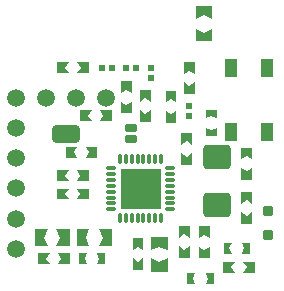
<source format=gtp>
G04*
G04 #@! TF.GenerationSoftware,Altium Limited,Altium Designer,18.1.7 (191)*
G04*
G04 Layer_Color=8421504*
%FSLAX24Y24*%
%MOIN*%
G70*
G01*
G75*
G04:AMPARAMS|DCode=15|XSize=63mil|YSize=43.3mil|CornerRadius=10.8mil|HoleSize=0mil|Usage=FLASHONLY|Rotation=90.000|XOffset=0mil|YOffset=0mil|HoleType=Round|Shape=RoundedRectangle|*
%AMROUNDEDRECTD15*
21,1,0.0630,0.0217,0,0,90.0*
21,1,0.0413,0.0433,0,0,90.0*
1,1,0.0217,0.0108,0.0207*
1,1,0.0217,0.0108,-0.0207*
1,1,0.0217,-0.0108,-0.0207*
1,1,0.0217,-0.0108,0.0207*
%
%ADD15ROUNDEDRECTD15*%
%ADD16C,0.0591*%
%ADD17R,0.0236X0.0217*%
G04:AMPARAMS|DCode=18|XSize=43.3mil|YSize=23.6mil|CornerRadius=5.9mil|HoleSize=0mil|Usage=FLASHONLY|Rotation=180.000|XOffset=0mil|YOffset=0mil|HoleType=Round|Shape=RoundedRectangle|*
%AMROUNDEDRECTD18*
21,1,0.0433,0.0118,0,0,180.0*
21,1,0.0315,0.0236,0,0,180.0*
1,1,0.0118,-0.0157,0.0059*
1,1,0.0118,0.0157,0.0059*
1,1,0.0118,0.0157,-0.0059*
1,1,0.0118,-0.0157,-0.0059*
%
%ADD18ROUNDEDRECTD18*%
G04:AMPARAMS|DCode=19|XSize=94.5mil|YSize=59.1mil|CornerRadius=14.8mil|HoleSize=0mil|Usage=FLASHONLY|Rotation=180.000|XOffset=0mil|YOffset=0mil|HoleType=Round|Shape=RoundedRectangle|*
%AMROUNDEDRECTD19*
21,1,0.0945,0.0295,0,0,180.0*
21,1,0.0650,0.0591,0,0,180.0*
1,1,0.0295,-0.0325,0.0148*
1,1,0.0295,0.0325,0.0148*
1,1,0.0295,0.0325,-0.0148*
1,1,0.0295,-0.0325,-0.0148*
%
%ADD19ROUNDEDRECTD19*%
%ADD20R,0.0217X0.0236*%
G04:AMPARAMS|DCode=21|XSize=31.5mil|YSize=35.4mil|CornerRadius=7.9mil|HoleSize=0mil|Usage=FLASHONLY|Rotation=270.000|XOffset=0mil|YOffset=0mil|HoleType=Round|Shape=RoundedRectangle|*
%AMROUNDEDRECTD21*
21,1,0.0315,0.0197,0,0,270.0*
21,1,0.0157,0.0354,0,0,270.0*
1,1,0.0157,-0.0098,-0.0079*
1,1,0.0157,-0.0098,0.0079*
1,1,0.0157,0.0098,0.0079*
1,1,0.0157,0.0098,-0.0079*
%
%ADD21ROUNDEDRECTD21*%
G04:AMPARAMS|DCode=22|XSize=90.6mil|YSize=82.7mil|CornerRadius=12.4mil|HoleSize=0mil|Usage=FLASHONLY|Rotation=0.000|XOffset=0mil|YOffset=0mil|HoleType=Round|Shape=RoundedRectangle|*
%AMROUNDEDRECTD22*
21,1,0.0906,0.0579,0,0,0.0*
21,1,0.0657,0.0827,0,0,0.0*
1,1,0.0248,0.0329,-0.0289*
1,1,0.0248,-0.0329,-0.0289*
1,1,0.0248,-0.0329,0.0289*
1,1,0.0248,0.0329,0.0289*
%
%ADD22ROUNDEDRECTD22*%
%ADD23O,0.0335X0.0110*%
%ADD24O,0.0110X0.0335*%
%ADD25R,0.1358X0.1358*%
G36*
X47667Y26624D02*
X47392Y26752D01*
X47116Y26624D01*
Y27037D01*
X47667D01*
Y26624D01*
D02*
G37*
G36*
Y25876D02*
X47116D01*
Y26289D01*
X47392Y26161D01*
X47667Y26289D01*
Y25876D01*
D02*
G37*
G36*
X43553Y24823D02*
X43159D01*
X43278Y25000D01*
X43159Y25177D01*
X43553D01*
Y24823D01*
D02*
G37*
G36*
X42766Y25000D02*
X42884Y24823D01*
X42490D01*
Y25177D01*
X42884D01*
X42766Y25000D01*
D02*
G37*
G36*
X47077Y24783D02*
X46900Y24902D01*
X46722Y24783D01*
Y25177D01*
X47077D01*
Y24783D01*
D02*
G37*
G36*
Y24114D02*
X46722D01*
Y24508D01*
X46900Y24390D01*
X47077Y24508D01*
Y24114D01*
D02*
G37*
G36*
X44980Y24144D02*
X44803Y24262D01*
X44626Y24144D01*
Y24537D01*
X44980D01*
Y24144D01*
D02*
G37*
G36*
X45610Y23858D02*
X45433Y23976D01*
X45256Y23858D01*
Y24252D01*
X45610D01*
Y23858D01*
D02*
G37*
G36*
X46467Y23839D02*
X46289Y23957D01*
X46112Y23839D01*
Y24232D01*
X46467D01*
Y23839D01*
D02*
G37*
G36*
X44980Y23474D02*
X44626D01*
Y23868D01*
X44803Y23750D01*
X44980Y23868D01*
Y23474D01*
D02*
G37*
G36*
X45610Y23189D02*
X45256D01*
Y23583D01*
X45433Y23465D01*
X45610Y23583D01*
Y23189D01*
D02*
G37*
G36*
X46467Y23169D02*
X46112D01*
Y23563D01*
X46289Y23445D01*
X46467Y23563D01*
Y23169D01*
D02*
G37*
G36*
X47815Y23317D02*
X47638Y23395D01*
X47461Y23317D01*
Y23592D01*
X47815D01*
Y23317D01*
D02*
G37*
G36*
X44311Y23219D02*
X43917D01*
X44035Y23396D01*
X43917Y23573D01*
X44311D01*
Y23219D01*
D02*
G37*
G36*
X43524Y23396D02*
X43642Y23219D01*
X43248D01*
Y23573D01*
X43642D01*
X43524Y23396D01*
D02*
G37*
G36*
X47815Y22707D02*
X47461D01*
Y22982D01*
X47638Y22904D01*
X47815Y22982D01*
Y22707D01*
D02*
G37*
G36*
X46988Y22421D02*
X46811Y22539D01*
X46634Y22421D01*
Y22815D01*
X46988D01*
Y22421D01*
D02*
G37*
G36*
Y21752D02*
X46634D01*
Y22146D01*
X46811Y22028D01*
X46988Y22146D01*
Y21752D01*
D02*
G37*
G36*
X43839Y21998D02*
X43445D01*
X43563Y22175D01*
X43445Y22352D01*
X43839D01*
Y21998D01*
D02*
G37*
G36*
X43051Y22175D02*
X43169Y21998D01*
X42776D01*
Y22352D01*
X43169D01*
X43051Y22175D01*
D02*
G37*
G36*
X48986Y21939D02*
X48809Y22057D01*
X48632Y21939D01*
Y22333D01*
X48986D01*
Y21939D01*
D02*
G37*
G36*
Y21270D02*
X48632D01*
Y21663D01*
X48809Y21545D01*
X48986Y21663D01*
Y21270D01*
D02*
G37*
G36*
X43545Y21220D02*
X43152D01*
X43270Y21398D01*
X43152Y21575D01*
X43545D01*
Y21220D01*
D02*
G37*
G36*
X42758Y21398D02*
X42876Y21220D01*
X42482D01*
Y21575D01*
X42876D01*
X42758Y21398D01*
D02*
G37*
G36*
X43545Y20604D02*
X43152D01*
X43270Y20781D01*
X43152Y20959D01*
X43545D01*
Y20604D01*
D02*
G37*
G36*
X42758Y20781D02*
X42876Y20604D01*
X42482D01*
Y20959D01*
X42876D01*
X42758Y20781D01*
D02*
G37*
G36*
X48986Y20453D02*
X48809Y20571D01*
X48632Y20453D01*
Y20846D01*
X48986D01*
Y20453D01*
D02*
G37*
G36*
Y19783D02*
X48632D01*
Y20177D01*
X48809Y20059D01*
X48986Y20177D01*
Y19783D01*
D02*
G37*
G36*
X46909Y19325D02*
X46732Y19443D01*
X46555Y19325D01*
Y19718D01*
X46909D01*
Y19325D01*
D02*
G37*
G36*
X47579Y19311D02*
X47402Y19429D01*
X47224Y19311D01*
Y19705D01*
X47579D01*
Y19311D01*
D02*
G37*
G36*
X44317Y19059D02*
X43904D01*
X44032Y19335D01*
X43904Y19610D01*
X44317D01*
Y19059D01*
D02*
G37*
G36*
X43441Y19335D02*
X43569Y19059D01*
X43156D01*
Y19610D01*
X43569D01*
X43441Y19335D01*
D02*
G37*
G36*
X42909Y19045D02*
X42457D01*
X42585Y19331D01*
X42457Y19616D01*
X42909D01*
Y19045D01*
D02*
G37*
G36*
X42073Y19331D02*
X42201Y19045D01*
X41748D01*
Y19616D01*
X42201D01*
X42073Y19331D01*
D02*
G37*
G36*
X46909Y18655D02*
X46555D01*
Y19049D01*
X46732Y18931D01*
X46909Y19049D01*
Y18655D01*
D02*
G37*
G36*
X45374Y18917D02*
X45197Y19035D01*
X45020Y18917D01*
Y19311D01*
X45374D01*
Y18917D01*
D02*
G37*
G36*
X47579Y18642D02*
X47224D01*
Y19035D01*
X47402Y18917D01*
X47579Y19035D01*
Y18642D01*
D02*
G37*
G36*
X46191Y18907D02*
X45906Y19035D01*
X45620Y18907D01*
Y19360D01*
X46191D01*
Y18907D01*
D02*
G37*
G36*
X48927Y18799D02*
X48652D01*
X48730Y18976D01*
X48652Y19154D01*
X48927D01*
Y18799D01*
D02*
G37*
G36*
X48238Y18976D02*
X48317Y18799D01*
X48042D01*
Y19154D01*
X48317D01*
X48238Y18976D01*
D02*
G37*
G36*
X46191Y18199D02*
X45620D01*
Y18652D01*
X45906Y18524D01*
X46191Y18652D01*
Y18199D01*
D02*
G37*
G36*
X45374Y18248D02*
X45020D01*
Y18642D01*
X45197Y18524D01*
X45374Y18642D01*
Y18248D01*
D02*
G37*
G36*
X44104Y18455D02*
X43829D01*
X43907Y18632D01*
X43829Y18809D01*
X44104D01*
Y18455D01*
D02*
G37*
G36*
X43415Y18632D02*
X43494Y18455D01*
X43218D01*
Y18809D01*
X43494D01*
X43415Y18632D01*
D02*
G37*
G36*
X42913Y18455D02*
X42520D01*
X42638Y18632D01*
X42520Y18809D01*
X42913D01*
Y18455D01*
D02*
G37*
G36*
X42126Y18632D02*
X42244Y18455D01*
X41850D01*
Y18809D01*
X42244D01*
X42126Y18632D01*
D02*
G37*
G36*
X49094Y18169D02*
X48701D01*
X48819Y18346D01*
X48701Y18524D01*
X49094D01*
Y18169D01*
D02*
G37*
G36*
X48307Y18346D02*
X48425Y18169D01*
X48032D01*
Y18524D01*
X48425D01*
X48307Y18346D01*
D02*
G37*
G36*
X47716Y17785D02*
X47441D01*
X47519Y17963D01*
X47441Y18140D01*
X47716D01*
Y17785D01*
D02*
G37*
G36*
X47028Y17963D02*
X47106Y17785D01*
X46831D01*
Y18140D01*
X47106D01*
X47028Y17963D01*
D02*
G37*
D15*
X48278Y24980D02*
D03*
X49498Y24980D02*
D03*
Y22854D02*
D03*
X48278Y22854D02*
D03*
D16*
X42116Y23986D02*
D03*
X41112Y18957D02*
D03*
Y23986D02*
D03*
Y22982D02*
D03*
Y21978D02*
D03*
Y20974D02*
D03*
Y19970D02*
D03*
X44124Y23986D02*
D03*
X43120D02*
D03*
D17*
X46880Y23376D02*
D03*
Y23711D02*
D03*
X45640Y25000D02*
D03*
Y24665D02*
D03*
D18*
X44961Y22972D02*
D03*
Y22618D02*
D03*
D19*
X42776Y22795D02*
D03*
D20*
X44803Y24990D02*
D03*
X45138D02*
D03*
X43986Y24990D02*
D03*
X44321D02*
D03*
D21*
X49528Y19423D02*
D03*
Y20223D02*
D03*
D22*
X47835Y20433D02*
D03*
Y22008D02*
D03*
D23*
X46250Y21654D02*
D03*
Y21457D02*
D03*
Y21260D02*
D03*
Y21063D02*
D03*
Y20866D02*
D03*
Y20669D02*
D03*
Y20472D02*
D03*
Y20276D02*
D03*
X44301D02*
D03*
Y20472D02*
D03*
Y20669D02*
D03*
Y20866D02*
D03*
Y21063D02*
D03*
Y21260D02*
D03*
Y21457D02*
D03*
Y21654D02*
D03*
D24*
X45965Y19990D02*
D03*
X45768D02*
D03*
X45571D02*
D03*
X45374D02*
D03*
X45177D02*
D03*
X44980D02*
D03*
X44783D02*
D03*
X44587D02*
D03*
Y21939D02*
D03*
X44783D02*
D03*
X44980D02*
D03*
X45177D02*
D03*
X45374D02*
D03*
X45571D02*
D03*
X45768D02*
D03*
X45965D02*
D03*
D25*
X45276Y20965D02*
D03*
M02*

</source>
